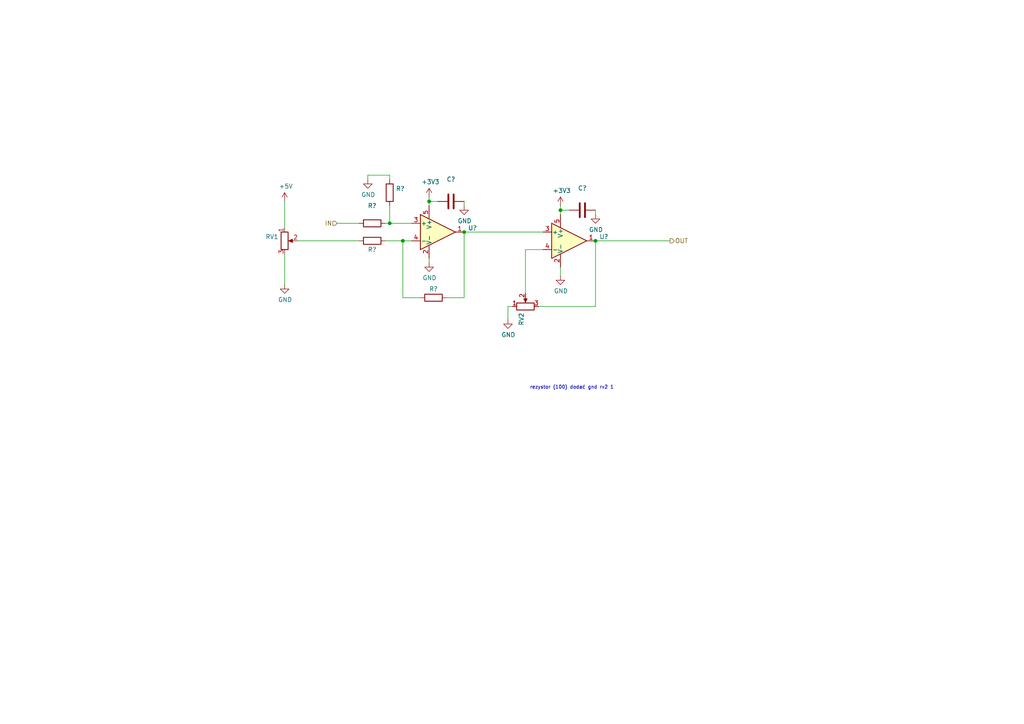
<source format=kicad_sch>
(kicad_sch (version 20211123) (generator eeschema)
  (paper "A4")
  (lib_symbols
    (symbol "Amplifier_Operational:MCP6001x-LT" (pin_names (offset 0.127))
      (property "Reference" "U" (at -1.27 6.35 0))
      (property "Value" "MCP6001x-LT" (at -1.27 3.81 0))
      (symbol "MCP6001x-LT_0_1"
        (polyline (pts (xy -5.08 5.08) (xy 5.08 0) (xy -5.08 -5.08) (xy -5.08 5.08)) (stroke (width 0.254)) (fill (type background)))
        (pin power_in line (at -2.54 -7.62 90) (length 3.81) (name "V-") (number "2"))
        (pin power_in line (at -2.54 7.62 270) (length 3.81) (name "V+") (number "5"))
      )
      (symbol "MCP6001x-LT_1_1"
        (pin output line (at 7.62 0 180) (length 2.54) (name "~") (number "1"))
        (pin input line (at -7.62 2.54 0) (length 2.54) (name "+") (number "3"))
        (pin input line (at -7.62 -2.54 0) (length 2.54) (name "-") (number "4"))
      )
    )
    (symbol "Device:C" (pin_numbers hide) (pin_names (offset 0.254))
      (property "Reference" "C" (at 0.635 2.54 0))
      (property "Value" "C" (at 0.635 -2.54 0))
      (symbol "C_0_1"
        (polyline (pts (xy -2.032 -0.762) (xy 2.032 -0.762)) (stroke (width 0.508)))
        (polyline (pts (xy -2.032 0.762) (xy 2.032 0.762)) (stroke (width 0.508)))
      )
      (symbol "C_1_1"
        (pin passive line (at 0 3.81 270) (length 2.794) (name "~") (number "1"))
        (pin passive line (at 0 -3.81 90) (length 2.794) (name "~") (number "2"))
      )
    )
    (symbol "Device:R" (pin_numbers hide) (pin_names (offset 0))
      (property "Reference" "R" (at 2.032 0 90))
      (property "Value" "R" (at 0 0 90))
      (symbol "R_0_1"
        (rectangle (start -1.016 -2.54) (end 1.016 2.54) (stroke (width 0.254)))
      )
      (symbol "R_1_1"
        (pin passive line (at 0 3.81 270) (length 1.27) (name "~") (number "1"))
        (pin passive line (at 0 -3.81 90) (length 1.27) (name "~") (number "2"))
      )
    )
    (symbol "karta_pomiarowa_v2-rescue:+3.3V-power" (power) (pin_names (offset 0))
      (property "Value" "+3.3V-power" (at 0 3.556 0))
      (symbol "+3.3V-power_0_1"
        (polyline (pts (xy -0.762 1.27) (xy 0 2.54)))
        (polyline (pts (xy 0 0) (xy 0 2.54)))
        (polyline (pts (xy 0 2.54) (xy 0.762 1.27)))
      )
      (symbol "+3.3V-power_1_1"
        (pin power_in line (at 0 0 90) (length 0) hide (name "+3V3") (number "1"))
      )
    )
    (symbol "karta_pomiarowa_v2-rescue:R_POT-Device" (pin_names (offset 1.016) hide)
      (property "Reference" "RV" (at -4.445 0 90))
      (property "Value" "R_POT-Device" (at -2.54 0 90))
      (symbol "R_POT-Device_0_1"
        (polyline (pts (xy 2.54 0) (xy 1.524 0)))
        (polyline (pts (xy 1.143 0) (xy 2.286 0.508) (xy 2.286 -0.508) (xy 1.143 0)) (fill (type outline)))
        (rectangle (start 1.016 2.54) (end -1.016 -2.54) (stroke (width 0.254)))
      )
      (symbol "R_POT-Device_1_1"
        (pin passive line (at 0 3.81 270) (length 1.27) (name "1") (number "1"))
        (pin passive line (at 3.81 0 180) (length 1.27) (name "2") (number "2"))
        (pin passive line (at 0 -3.81 90) (length 1.27) (name "3") (number "3"))
      )
    )
    (symbol "power:+5V" (power) (pin_names (offset 0))
      (property "Value" "+5V" (at 0 3.556 0))
      (symbol "+5V_0_1"
        (polyline (pts (xy -0.762 1.27) (xy 0 2.54)))
        (polyline (pts (xy 0 0) (xy 0 2.54)))
        (polyline (pts (xy 0 2.54) (xy 0.762 1.27)))
      )
      (symbol "+5V_1_1"
        (pin power_in line (at 0 0 90) (length 0) hide (name "+5V") (number "1"))
      )
    )
    (symbol "power:GND" (power) (pin_names (offset 0))
      (property "Value" "GND" (at 0 -3.81 0))
      (symbol "GND_0_1"
        (polyline (pts (xy 0 0) (xy 0 -1.27) (xy 1.27 -1.27) (xy 0 -2.54) (xy -1.27 -1.27) (xy 0 -1.27)))
      )
      (symbol "GND_1_1"
        (pin power_in line (at 0 0 270) (length 0) hide (name "GND") (number "1"))
      )
    )
  )
  (junction (at 124.46 58.42))
  (junction (at 172.72 69.85))
  (junction (at 116.84 69.85))
  (junction (at 162.56 60.96))
  (junction (at 134.62 67.31))
  (junction (at 113.03 64.77))
  (wire (pts (xy 134.62 67.31) (xy 157.48 67.31)))
  (wire (pts (xy 111.76 69.85) (xy 116.84 69.85)))
  (wire (pts (xy 121.92 86.36) (xy 116.84 86.36)))
  (wire (pts (xy 172.72 62.23) (xy 172.72 60.96)))
  (wire (pts (xy 124.46 58.42) (xy 124.46 59.69)))
  (wire (pts (xy 82.55 58.42) (xy 82.55 66.04)))
  (wire (pts (xy 119.38 64.77) (xy 113.03 64.77)))
  (wire (pts (xy 134.62 59.69) (xy 134.62 58.42)))
  (wire (pts (xy 106.68 50.8) (xy 106.68 52.07)))
  (wire (pts (xy 116.84 69.85) (xy 119.38 69.85)))
  (wire (pts (xy 134.62 86.36) (xy 129.54 86.36)))
  (wire (pts (xy 113.03 64.77) (xy 111.76 64.77)))
  (wire (pts (xy 124.46 76.2) (xy 124.46 74.93)))
  (wire (pts (xy 156.21 88.9) (xy 172.72 88.9)))
  (wire (pts (xy 104.14 64.77) (xy 97.79 64.77)))
  (wire (pts (xy 194.31 69.85) (xy 172.72 69.85)))
  (wire (pts (xy 113.03 50.8) (xy 106.68 50.8)))
  (wire (pts (xy 162.56 59.69) (xy 162.56 60.96)))
  (wire (pts (xy 124.46 57.15) (xy 124.46 58.42)))
  (wire (pts (xy 127 58.42) (xy 124.46 58.42)))
  (wire (pts (xy 162.56 77.47) (xy 162.56 80.01)))
  (wire (pts (xy 165.1 60.96) (xy 162.56 60.96)))
  (wire (pts (xy 113.03 52.07) (xy 113.03 50.8)))
  (wire (pts (xy 134.62 67.31) (xy 134.62 86.36)))
  (wire (pts (xy 152.4 72.39) (xy 157.48 72.39)))
  (wire (pts (xy 162.56 60.96) (xy 162.56 62.23)))
  (wire (pts (xy 86.36 69.85) (xy 104.14 69.85)))
  (wire (pts (xy 82.55 73.66) (xy 82.55 82.55)))
  (wire (pts (xy 113.03 59.69) (xy 113.03 64.77)))
  (wire (pts (xy 152.4 85.09) (xy 152.4 72.39)))
  (wire (pts (xy 147.32 92.71) (xy 147.32 88.9)))
  (wire (pts (xy 172.72 69.85) (xy 172.72 88.9)))
  (wire (pts (xy 147.32 88.9) (xy 148.59 88.9)))
  (wire (pts (xy 116.84 69.85) (xy 116.84 86.36)))
  (text "rezystor (100) dodać gnd rv2 1" (at 153.67 113.03 0) (effects (font (size 0.9906 0.9906)) (justify left bottom)))
  (hierarchical_label "OUT" (shape output) (at 194.31 69.85 0))
  (hierarchical_label "IN" (shape input) (at 97.79 64.77 180))
  (symbol (lib_id "power:GND") (at 162.56 80.01 0) (unit 1)
    (property "Reference" "#PWR?" (effects hide))
  )
  (symbol (lib_id "power:GND") (at 172.72 62.23 0) (unit 1)
    (property "Reference" "#PWR?" (effects hide))
  )
  (symbol (lib_id "Device:C") (at 168.91 60.96 270) (unit 1)
    (property "Reference" "C?" (at 168.91 54.5592 90))
  )
  (symbol (lib_id "karta_pomiarowa_v2-rescue:+3.3V-power") (at 162.56 59.69 0) (unit 1)
    (property "Reference" "#PWR?" (effects hide))
  )
  (symbol (lib_id "Amplifier_Operational:MCP6001x-LT") (at 165.1 69.85 0) (unit 1)
    (property "Reference" "U?" (at 173.8376 68.6816 0) (effects (justify left)))
    (property "Datasheet" "http://ww1.microchip.com/downloads/en/DeviceDoc/21733j.pdf" (effects hide))
    (property "PartNumber" "MCP6001T-I/LT" (effects hide))
    (property "Link" "https://www.tme.eu/pl/details/mcp6001t-i_lt/wzmacniacze-operacyjne-smd/microchip-technology/" (effects hide))
  )
  (symbol (lib_id "power:GND") (at 134.62 59.69 0) (unit 1)
    (property "Reference" "#PWR?" (effects hide))
  )
  (symbol (lib_id "Device:C") (at 130.81 58.42 270) (unit 1)
    (property "Reference" "C?" (at 130.81 52.0192 90))
  )
  (symbol (lib_id "karta_pomiarowa_v2-rescue:+3.3V-power") (at 124.46 57.15 0) (unit 1)
    (property "Reference" "#PWR?" (effects hide))
  )
  (symbol (lib_id "Amplifier_Operational:MCP6001x-LT") (at 127 67.31 0) (unit 1)
    (property "Reference" "U?" (at 135.7376 66.1416 0) (effects (justify left)))
    (property "Datasheet" "http://ww1.microchip.com/downloads/en/DeviceDoc/21733j.pdf" (effects hide))
    (property "PartNumber" "MCP6001T-I/LT" (effects hide))
    (property "Link" "https://www.tme.eu/pl/details/mcp6001t-i_lt/wzmacniacze-operacyjne-smd/microchip-technology/" (effects hide))
  )
  (symbol (lib_id "Device:R") (at 107.95 69.85 270) (unit 1)
    (property "Reference" "R?" (at 107.95 72.39 90))
  )
  (symbol (lib_id "Device:R") (at 107.95 64.77 270) (unit 1)
    (property "Reference" "R?" (at 107.95 59.69 90))
  )
  (symbol (lib_id "Device:R") (at 125.73 86.36 270) (unit 1)
    (property "Reference" "R?" (at 125.73 83.82 90))
  )
  (symbol (lib_id "power:GND") (at 124.46 76.2 0) (unit 1)
    (property "Reference" "#PWR?" (effects hide))
  )
  (symbol (lib_id "power:+5V") (at 82.55 58.42 0) (unit 1)
    (property "Reference" "#PWR?" (effects hide))
  )
  (symbol (lib_id "power:GND") (at 82.55 82.55 0) (unit 1)
    (property "Reference" "#PWR?" (effects hide))
  )
  (symbol (lib_id "Device:R") (at 113.03 55.88 0) (unit 1)
    (property "Reference" "R?" (at 114.808 54.7116 0) (effects (justify left)))
  )
  (symbol (lib_id "power:GND") (at 106.68 52.07 0) (unit 1)
    (property "Reference" "#PWR048" (effects hide))
  )
  (symbol (lib_id "power:GND") (at 147.32 92.71 0) (unit 1)
    (property "Reference" "#PWR060" (effects hide))
  )
  (symbol (lib_id "karta_pomiarowa_v2-rescue:R_POT-Device") (at 82.55 69.85 0) (unit 1)
    (property "Reference" "RV1" (at 80.772 68.6816 0) (effects (justify right)))
  )
  (symbol (lib_id "karta_pomiarowa_v2-rescue:R_POT-Device") (at 152.4 88.9 90) (unit 1)
    (property "Reference" "RV2" (at 151.2316 90.678 0) (effects (justify right)))
  )
)
</source>
